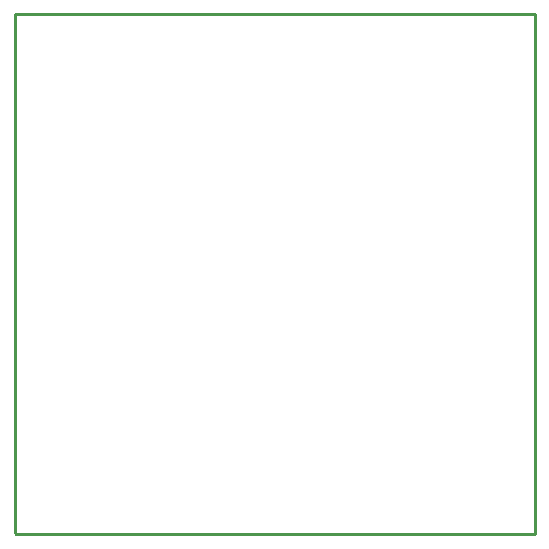
<source format=gm1>
G04*
G04 #@! TF.GenerationSoftware,Altium Limited,Altium Designer,23.4.1 (23)*
G04*
G04 Layer_Color=16711935*
%FSLAX44Y44*%
%MOMM*%
G71*
G04*
G04 #@! TF.SameCoordinates,99EBD1B5-C4FE-4FA8-BA42-E2C8A1C5BD1C*
G04*
G04*
G04 #@! TF.FilePolarity,Positive*
G04*
G01*
G75*
%ADD15C,0.2540*%
D15*
X0Y1270D02*
Y440690D01*
Y1270D02*
X1270Y0D01*
X440690D01*
Y440690D01*
X0D02*
X440690D01*
M02*

</source>
